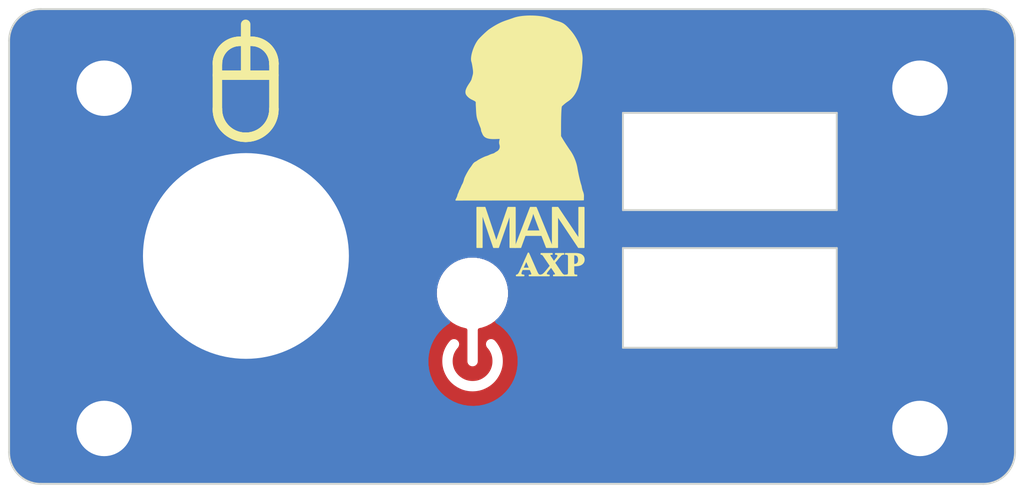
<source format=kicad_pcb>
(kicad_pcb (version 20221018) (generator pcbnew)
  (layers (0 "F.Cu" signal) (31 "B.Cu" signal) (34 "B.Paste" user) (35 "F.Paste" user) (36 "B.SilkS" user "B.Silkscreen") (37 "F.SilkS" user "F.Silkscreen") (38 "B.Mask" user) (39 "F.Mask" user) (44 "Edge.Cuts" user))
  (net 0 "")
  (net 1 "GND")
  (footprint "ps2usb:frontpanel" (layer "F.Cu") (at 144 96)
    (fp_text reference "REF**" hide)
    (fp_text value "frontpanel" hide)
    (fp_line (start -31.75 13) (end -31.75 -13) (stroke (width 0.12)) (layer "Edge.Cuts"))
    (fp_line (start -29.75 -15) (end 29.75 -15) (stroke (width 0.12)) (layer "Edge.Cuts"))
    (fp_line (start 7 -8.44) (end 7 -2.3) (stroke (width 0.12)) (layer "Edge.Cuts"))
    (fp_line (start 7 -8.44) (end 20.5 -8.44) (stroke (width 0.12)) (layer "Edge.Cuts"))
    (fp_line (start 7 -2.3) (end 20.5 -2.3) (stroke (width 0.12)) (layer "Edge.Cuts"))
    (fp_line (start 7 0.1) (end 7 6.4) (stroke (width 0.12)) (layer "Edge.Cuts"))
    (fp_line (start 7 0.1) (end 20.5 0.1) (stroke (width 0.12)) (layer "Edge.Cuts"))
    (fp_line (start 7 6.4) (end 20.5 6.4) (stroke (width 0.12)) (layer "Edge.Cuts"))
    (fp_line (start 20.5 -2.3) (end 20.5 -8.44) (stroke (width 0.12)) (layer "Edge.Cuts"))
    (fp_line (start 20.5 0.1) (end 20.5 6.4) (stroke (width 0.12)) (layer "Edge.Cuts"))
    (fp_line (start 29.75 15) (end -29.75 15) (stroke (width 0.12)) (layer "Edge.Cuts"))
    (fp_line (start 31.75 13) (end 31.75 -13) (stroke (width 0.12)) (layer "Edge.Cuts"))
    (fp_arc (start -31.75 -13) (mid -31.164214 -14.414214) (end -29.75 -15) (stroke (width 0.12)) (layer "Edge.Cuts"))
    (fp_arc (start -29.75 15) (mid -31.164214 14.414214) (end -31.75 13) (stroke (width 0.12)) (layer "Edge.Cuts"))
    (fp_arc (start 29.75 -15) (mid 31.164214 -14.414214) (end 31.75 -13) (stroke (width 0.12)) (layer "Edge.Cuts"))
    (fp_arc (start 31.75 13) (mid 31.164214 14.414214) (end 29.75 15) (stroke (width 0.12)) (layer "Edge.Cuts"))
    (pad "" np_thru_hole circle (at -2.5 2.95) (size 4 4) (drill 4) (layers "F&B.Cu" "*.Mask"))
    (pad "1" thru_hole circle (at -25.75 -10) (size 5 5) (drill 3.5) (layers "*.Cu" "*.Mask") (net 1 "GND"))
    (pad "1" thru_hole circle (at -25.75 11.5) (size 5 5) (drill 3.5) (layers "*.Cu" "*.Mask") (net 1 "GND"))
    (pad "1" thru_hole circle (at 25.75 -10) (size 5 5) (drill 3.5) (layers "*.Cu" "*.Mask") (net 1 "GND"))
    (pad "1" thru_hole circle (at 25.75 11.5) (size 5 5) (drill 3.5) (layers "*.Cu" "*.Mask") (net 1 "GND"))
    (pad "2" thru_hole circle (at -16.8 0.6) (size 13 13) (drill 13) (layers "*.Cu" "*.Mask") (net 1 "GND"))
  )
  (gr_line (start 125.400995 87.40806) (end 125.398682 87.315986) (stroke (width 0.6)) (layer "F.SilkS"))
  (gr_line (start 125.415068 84.243646) (end 125.427578 84.173226) (stroke (width 0.6)) (layer "F.SilkS"))
  (gr_line (start 128.683897 83.606586) (end 128.723614 83.662518) (stroke (width 0.6)) (layer "F.SilkS"))
  (gr_line (start 128.394477 83.317166) (end 128.448358 83.359464) (stroke (width 0.6)) (layer "F.SilkS"))
  (gr_line (start 127.539501 83.034349) (end 127.539501 83.034349) (stroke (width 0.6)) (layer "F.SilkS"))
  (gr_line (start 128.966714 84.461561) (end 128.966714 84.461561) (stroke (width 0.6)) (layer "F.SilkS"))
  (gr_line (start 128.220881 83.206113) (end 128.28065 83.240402) (stroke (width 0.6)) (layer "F.SilkS"))
  (gr_line (start 125.805076 88.452056) (end 125.752203 88.384706) (stroke (width 0.6)) (layer "F.SilkS"))
  (gr_line (start 128.28065 83.240402) (end 128.338545 83.277449) (stroke (width 0.6)) (layer "F.SilkS"))
  (gr_poly (pts (xy 148.019613 96.449505) (xy 148.055338 96.450764) (xy 148.089731 96.452864) (xy 148.122792 96.455803) (xy 148.154521 96.459582) (xy 148.184917 96.4642) (xy 148.213981 96.469658) (xy 148.241712 96.475956) (xy 148.268112 96.483094) (xy 148.293179 96.491072) (xy 148.316914 96.499889) (xy 148.339316 96.509546) (xy 148.360386 96.520042) (xy 148.380124 96.531379) (xy 148.39853 96.543555) (xy 148.415604 96.556571) (xy 148.431498 96.570217) (xy 148.446367 96.584282) (xy 148.460211 96.598768) (xy 148.473029 96.613673) (xy 148.484822 96.628999) (xy 148.495589 96.644744) (xy 148.505331 96.660909) (xy 148.514047 96.677494) (xy 148.521738 96.694499) (xy 148.528403 96.711924) (xy 148.534043 96.729768) (xy 148.538658 96.748033) (xy 148.542247 96.766717) (xy 148.54481 96.785822) (xy 148.546349 96.805346) (xy 148.546861 96.82529) (xy 148.54653 96.84219) (xy 148.545537 96.858782) (xy 148.543882 96.875068) (xy 148.541565 96.891047) (xy 148.538585 96.90672) (xy 148.534944 96.922085) (xy 148.53064 96.937144) (xy 148.525674 96.951896) (xy 148.520047 96.966341) (xy 148.513757 96.980479) (xy 148.506805 96.994311) (xy 148.499191 97.007835) (xy 148.490914 97.021053) (xy 148.481976 97.033964) (xy 148.472375 97.046568) (xy 148.462112 97.058866) (xy 148.451268 97.070768) (xy 148.439924 97.082185) (xy 148.428078 97.093118) (xy 148.415732 97.103567) (xy 148.402886 97.113531) (xy 148.389539 97.12301) (xy 148.375691 97.132005) (xy 148.361343 97.140516) (xy 148.346494 97.148542) (xy 148.331144 97.156083) (xy 148.315294 97.16314) (xy 148.298943 97.169713) (xy 148.282092 97.175801) (xy 148.26474 97.181405) (xy 148.246887 97.186524) (xy 148.228534 97.191159) (xy 148.215461 97.194163) (xy 148.201307 97.196972) (xy 148.18607 97.199588) (xy 148.169752 97.202011) (xy 148.133869 97.206274) (xy 148.093658 97.209762) (xy 148.04912 97.212475) (xy 148.000254 97.214413) (xy 147.947059 97.215576) (xy 147.889537 97.215964) (xy 147.889537 97.604569) (xy 147.889747 97.631683) (xy 147.890377 97.656182) (xy 147.891426 97.678064) (xy 147.892896 97.69733) (xy 147.894785 97.713979) (xy 147.897094 97.728013) (xy 147.898407 97.734048) (xy 147.899824 97.73943) (xy 147.901346 97.744157) (xy 147.902972 97.74823) (xy 147.904862 97.751803) (xy 147.906913 97.755288) (xy 147.909125 97.758683) (xy 147.911499 97.761989) (xy 147.914035 97.765207) (xy 147.916731 97.768336) (xy 147.91959 97.771376) (xy 147.92261 97.774327) (xy 147.925791 97.77719) (xy 147.929134 97.779963) (xy 147.932638 97.782648) (xy 147.936304 97.785244) (xy 147.940131 97.787751) (xy 147.94412 97.790169) (xy 147.94827 97.792498) (xy 147.952582 97.794739) (xy 147.957334 97.796867) (xy 147.962546 97.798857) (xy 147.968218 97.80071) (xy 147.974351 97.802425) (xy 147.980944 97.804004) (xy 147.987997 97.805445) (xy 147.99551 97.806749) (xy 148.003484 97.807916) (xy 148.011918 97.808945) (xy 148.020812 97.809837) (xy 148.030166 97.810592) (xy 148.039981 97.81121) (xy 148.050255 97.81169) (xy 148.06099 97.812033) (xy 148.072186 97.812239) (xy 148.083841 97.812308) (xy 148.083841 97.85055) (xy 147.371739 97.85055) (xy 147.371739 97.812308) (xy 147.395042 97.812033) (xy 147.416375 97.81121) (xy 147.435738 97.809837) (xy 147.45313 97.807916) (xy 147.468552 97.805445) (xy 147.475524 97.804004) (xy 147.482004 97.802425) (xy 147.487991 97.80071) (xy 147.493485 97.798857) (xy 147.498487 97.796867) (xy 147.502997 97.794739) (xy 147.507305 97.792373) (xy 147.511443 97.789927) (xy 147.515412 97.787399) (xy 147.519211 97.784791) (xy 147.522841 97.782102) (xy 147.526301 97.779333) (xy 147.529591 97.776483) (xy 147.532712 97.773551) (xy 147.535663 97.77054) (xy 147.538445 97.767447) (xy 147.541057 97.764274) (xy 147.543499 97.76102) (xy 147.545772 97.757685) (xy 147.547875 97.754269) (xy 147.549809 97.750773) (xy 147.551573 97.747196) (xy 147.553325 97.743247) (xy 147.554965 97.738637) (xy 147.556491 97.733364) (xy 147.557904 97.727429) (xy 147.559204 97.720833) (xy 147.560391 97.713574) (xy 147.561465 97.705653) (xy 147.562426 97.69707) (xy 147.563274 97.687825) (xy 147.564008 97.677917) (xy 147.56463 97.667348) (xy 147.565139 97.656116) (xy 147.565817 97.631667) (xy 147.566043 97.604569) (xy 147.566043 96.695066) (xy 147.565817 96.667967) (xy 147.565139 96.643518) (xy 147.564008 96.621716) (xy 147.562426 96.602564) (xy 147.560391 96.586059) (xy 147.557904 96.572204) (xy 147.556491 96.566269) (xy 147.554965 96.560996) (xy 147.553325 96.556386) (xy 147.551573 96.552437) (xy 147.549809 96.548739) (xy 147.547875 96.545138) (xy 147.545772 96.541634) (xy 147.543499 96.538226) (xy 147.541057 96.534916) (xy 147.538445 96.531702) (xy 147.536658 96.5297) (xy 147.889537 96.5297) (xy 147.889537 97.135349) (xy 147.905557 97.136252) (xy 147.91951 97.136898) (xy 147.931396 97.137286) (xy 147.941214 97.137415) (xy 147.956749 97.137124) (xy 147.971832 97.136252) (xy 147.986463 97.134799) (xy 148.000641 97.132764) (xy 148.014368 97.130148) (xy 148.027642 97.12695) (xy 148.040465 97.123171) (xy 148.052835 97.118811) (xy 148.064752 97.11387) (xy 148.076218 97.108347) (xy 148.087232 97.102243) (xy 148.097793 97.095557) (xy 148.107902 97.08829) (xy 148.117559 97.080442) (xy 148.126764 97.072012) (xy 148.135516 97.063001) (xy 148.143777 97.053251) (xy 148.151504 97.042863) (xy 148.158698 97.031837) (xy 148.16536 97.020174) (xy 148.171488 97.007872) (xy 148.177084 96.994933) (xy 148.182147 96.981356) (xy 148.186676 96.96714) (xy 148.190673 96.952288) (xy 148.194137 96.936797) (xy 148.197068 96.920668) (xy 148.199466 96.903902) (xy 148.201331 96.886497) (xy 148.202663 96.868455) (xy 148.203463 96.849775) (xy 148.203729 96.830457) (xy 148.203463 96.811276) (xy 148.202663 96.79275) (xy 148.201331 96.774877) (xy 148.199466 96.757659) (xy 148.197068 96.741094) (xy 148.194137 96.725184) (xy 148.190673 96.709927) (xy 148.186676 96.695325) (xy 148.182147 96.681376) (xy 148.177084 96.668082) (xy 148.171488 96.655441) (xy 148.16536 96.643454) (xy 148.158698 96.632122) (xy 148.151504 96.621443) (xy 148.143777 96.611419) (xy 148.135516 96.602048) (xy 148.126728 96.593287) (xy 148.117414 96.585092) (xy 148.107575 96.577461) (xy 148.097212 96.570396) (xy 148.086323 96.563896) (xy 148.07491 96.557962) (xy 148.062972 96.552592) (xy 148.050509 96.547788) (xy 148.037521 96.543549) (xy 148.024009 96.539875) (xy 148.009971 96.536766) (xy 147.995409 96.534223) (xy 147.980322 96.532245) (xy 147.96471 96.530832) (xy 147.948574 96.529984) (xy 147.931912 96.529701) (xy 147.889537 96.5297) (xy 147.536658 96.5297) (xy 147.535663 96.528585) (xy 147.532712 96.525565) (xy 147.529591 96.522642) (xy 147.526301 96.519816) (xy 147.522841 96.517087) (xy 147.519211 96.514455) (xy 147.515412 96.51192) (xy 147.511443 96.509481) (xy 147.507305 96.50714) (xy 147.502997 96.504895) (xy 147.498366 96.502768) (xy 147.493259 96.500777) (xy 147.487676 96.498924) (xy 147.481616 96.497209) (xy 147.47508 96.49563) (xy 147.468067 96.494189) (xy 147.460578 96.492885) (xy 147.452613 96.491718) (xy 147.444171 96.490688) (xy 147.435253 96.489796) (xy 147.425858 96.489041) (xy 147.415987 96.488423) (xy 147.40564 96.487943) (xy 147.394816 96.487599) (xy 147.383516 96.487393) (xy 147.371739 96.487325) (xy 147.371739 96.449085) (xy 147.982555 96.449085)) (stroke (width 0.073)) (fill solid) (layer "F.SilkS"))
  (gr_line (start 125.97092 83.317166) (end 126.026852 83.277449) (stroke (width 0.6)) (layer "F.SilkS"))
  (gr_line (start 126.407919 88.9246) (end 126.330974 88.885297) (stroke (width 0.6)) (layer "F.SilkS"))
  (gr_line (start 128.03442 88.885297) (end 127.957475 88.9246) (stroke (width 0.6)) (layer "F.SilkS"))
  (gr_line (start 127.539501 83.034349) (end 127.613161 83.036199) (stroke (width 0.6)) (layer "F.SilkS"))
  (gr_line (start 128.641599 83.552705) (end 128.683897 83.606586) (stroke (width 0.6)) (layer "F.SilkS"))
  (gr_line (start 128.760661 83.720413) (end 128.79495 83.780183) (stroke (width 0.6)) (layer "F.SilkS"))
  (gr_line (start 126.822277 89.063882) (end 126.735823 89.044025) (stroke (width 0.6)) (layer "F.SilkS"))
  (gr_line (start 128.383443 88.637618) (end 128.318767 88.693608) (stroke (width 0.6)) (layer "F.SilkS"))
  (gr_line (start 125.427578 84.173226) (end 125.443463 84.104062) (stroke (width 0.6)) (layer "F.SilkS"))
  (gr_line (start 127.897001 83.07913) (end 127.96482 83.098304) (stroke (width 0.6)) (layer "F.SilkS"))
  (gr_line (start 127.757417 83.050736) (end 127.827837 83.063245) (stroke (width 0.6)) (layer "F.SilkS"))
  (gr_line (start 126.046627 88.693608) (end 125.981951 88.637618) (stroke (width 0.6)) (layer "F.SilkS"))
  (gr_line (start 126.999788 89.090825) (end 126.910302 89.079519) (stroke (width 0.6)) (layer "F.SilkS"))
  (gr_line (start 128.966712 87.315985) (end 128.966712 87.315985) (stroke (width 0.6)) (layer "F.SilkS"))
  (gr_line (start 128.723614 83.662518) (end 128.760661 83.720413) (stroke (width 0.6)) (layer "F.SilkS"))
  (gr_line (start 126.486987 88.960235) (end 126.407919 88.9246) (stroke (width 0.6)) (layer "F.SilkS"))
  (gr_line (start 126.910302 89.079519) (end 126.822277 89.063882) (stroke (width 0.6)) (layer "F.SilkS"))
  (gr_line (start 128.445333 88.578623) (end 128.383443 88.637618) (stroke (width 0.6)) (layer "F.SilkS"))
  (gr_line (start 128.448358 83.359464) (end 128.500099 83.404256) (stroke (width 0.6)) (layer "F.SilkS"))
  (gr_line (start 128.858801 87.930615) (end 128.826945 88.011696) (stroke (width 0.6)) (layer "F.SilkS"))
  (gr_line (start 126.825895 83.034349) (end 127.539501 83.034349) (stroke (width 0.6)) (layer "F.SilkS"))
  (gr_line (start 126.568067 88.992091) (end 126.486987 88.960235) (stroke (width 0.6)) (layer "F.SilkS"))
  (gr_poly (pts (xy 144.959861 81.443041) (xy 144.79407 81.452772) (xy 144.633723 81.46829) (xy 144.480952 81.489651) (xy 144.337888 81.516911) (xy 144.206663 81.550126) (xy 144.089408 81.589353) (xy 144.01838 81.615413) (xy 143.916142 81.651214) (xy 143.796367 81.692038) (xy 143.672727 81.733165) (xy 143.538156 81.780068) (xy 143.407024 81.831576) (xy 143.342158 81.85936) (xy 143.277444 81.888658) (xy 143.14753 81.952286) (xy 143.015393 82.023431) (xy 142.879146 82.103061) (xy 142.736904 82.192149) (xy 142.586778 82.291664) (xy 142.555984 82.313989) (xy 142.51877 82.343323) (xy 142.429027 82.419278) (xy 142.325432 82.51205) (xy 142.215867 82.614158) (xy 142.108218 82.718124) (xy 142.010368 82.816468) (xy 141.9302 82.901712) (xy 141.899211 82.937083) (xy 141.875598 82.966374) (xy 141.820906 83.043663) (xy 141.76857 83.127163) (xy 141.718923 83.215766) (xy 141.672294 83.308364) (xy 141.629016 83.403848) (xy 141.58942 83.501109) (xy 141.553837 83.599039) (xy 141.522598 83.696529) (xy 141.496035 83.792471) (xy 141.474478 83.885756) (xy 141.45826 83.975275) (xy 141.447711 84.05992) (xy 141.443163 84.138582) (xy 141.444947 84.210154) (xy 141.448317 84.242933) (xy 141.453394 84.273525) (xy 141.46022 84.301789) (xy 141.468835 84.327588) (xy 141.473445 84.341177) (xy 141.478768 84.359818) (xy 141.484614 84.382676) (xy 141.490794 84.408916) (xy 141.497119 84.437705) (xy 141.503398 84.468207) (xy 141.509443 84.499588) (xy 141.515063 84.531014) (xy 141.538703 84.672739) (xy 141.548154 84.733451) (xy 141.556055 84.788244) (xy 141.562426 84.837754) (xy 141.567287 84.882616) (xy 141.57066 84.923467) (xy 141.572565 84.960942) (xy 141.573023 84.995679) (xy 141.572055 85.028311) (xy 141.569682 85.059476) (xy 141.565924 85.089809) (xy 141.560803 85.119947) (xy 141.554338 85.150524) (xy 141.546552 85.182178) (xy 141.537464 85.215544) (xy 141.505481 85.330717) (xy 141.477979 85.432848) (xy 141.474657 85.444308) (xy 141.470469 85.456652) (xy 141.465438 85.469838) (xy 141.459584 85.483826) (xy 141.4455 85.514047) (xy 141.428391 85.546993) (xy 141.408433 85.582339) (xy 141.385803 85.619763) (xy 141.360674 85.65894) (xy 141.333224 85.699548) (xy 141.287857 85.7667) (xy 141.247281 85.830341) (xy 141.211459 85.890633) (xy 141.180354 85.947739) (xy 141.153927 86.00182) (xy 141.142457 86.027778) (xy 141.132142 86.05304) (xy 141.122978 86.077628) (xy 141.114961 86.101561) (xy 141.108084 86.12486) (xy 141.102345 86.147546) (xy 141.097738 86.169637) (xy 141.094258 86.191155) (xy 141.091902 86.212121) (xy 141.090663 86.232553) (xy 141.090538 86.252474) (xy 141.091521 86.271902) (xy 141.093608 86.290858) (xy 141.096795 86.309363) (xy 141.101077 86.327437) (xy 141.106448 86.345099) (xy 141.112905 86.362372) (xy 141.120442 86.379273) (xy 141.129055 86.395825) (xy 141.138739 86.412048) (xy 141.14949 86.427961) (xy 141.161302 86.443584) (xy 141.179075 86.465192) (xy 141.196987 86.48564) (xy 141.215017 86.504978) (xy 141.233144 86.523256) (xy 141.251346 86.540525) (xy 141.269602 86.556834) (xy 141.30619 86.586772) (xy 141.342737 86.613471) (xy 141.379071 86.637328) (xy 141.415022 86.658745) (xy 141.450419 86.678119) (xy 141.48509 86.695852) (xy 141.518864 86.712342) (xy 141.583038 86.743193) (xy 141.613096 86.758353) (xy 141.641573 86.773868) (xy 141.668297 86.790137) (xy 141.693099 86.807562) (xy 141.706518 86.818642) (xy 141.717384 86.829537) (xy 141.725958 86.840549) (xy 141.732505 86.851977) (xy 141.737286 86.864122) (xy 141.740563 86.877284) (xy 141.7426 86.891763) (xy 141.743658 86.907859) (xy 141.74389 86.946106) (xy 141.743359 86.994427) (xy 141.743463 87.023116) (xy 141.744164 87.055224) (xy 141.745724 87.091052) (xy 141.748406 87.1309) (xy 141.754834 87.244092) (xy 141.760016 87.361771) (xy 141.766023 87.482303) (xy 141.774927 87.60405) (xy 141.781113 87.664869) (xy 141.7888 87.725378) (xy 141.798246 87.785373) (xy 141.809711 87.844649) (xy 141.823454 87.903003) (xy 141.839734 87.960229) (xy 141.858808 88.016122) (xy 141.880938 88.07048) (xy 141.927778 88.2012) (xy 141.946592 88.25204) (xy 141.964068 88.297954) (xy 142.000206 88.389271) (xy 142.04659 88.503678) (xy 142.051713 88.517527) (xy 142.056154 88.53193) (xy 142.05999 88.546752) (xy 142.0633 88.561862) (xy 142.066161 88.577125) (xy 142.06865 88.592409) (xy 142.072827 88.622505) (xy 142.076453 88.651082) (xy 142.080149 88.677074) (xy 142.082218 88.688768) (xy 142.084538 88.699415) (xy 142.087186 88.708883) (xy 142.090241 88.717039) (xy 142.163234 88.884074) (xy 142.183847 88.926399) (xy 142.207498 88.965131) (xy 142.234425 89.000353) (xy 142.264866 89.03215) (xy 142.299059 89.060607) (xy 142.337244 89.085807) (xy 142.379658 89.107835) (xy 142.426539 89.126776) (xy 142.478126 89.142714) (xy 142.534658 89.155733) (xy 142.596372 89.165918) (xy 142.663506 89.173353) (xy 142.7363 89.178123) (xy 142.81499 89.180311) (xy 142.899817 89.180003) (xy 142.991018 89.177283) (xy 143.082898 89.173575) (xy 143.120023 89.17224) (xy 143.151792 89.171312) (xy 143.16579 89.171015) (xy 143.178594 89.170837) (xy 143.190253 89.170784) (xy 143.200818 89.170862) (xy 143.210335 89.171076) (xy 143.218854 89.171432) (xy 143.226423 89.171936) (xy 143.233091 89.172594) (xy 143.238907 89.173411) (xy 143.24392 89.174393) (xy 143.24614 89.174948) (xy 143.248178 89.175546) (xy 143.250039 89.176188) (xy 143.25173 89.176875) (xy 143.253256 89.177608) (xy 143.254624 89.178387) (xy 143.25584 89.179213) (xy 143.25691 89.180087) (xy 143.25784 89.18101) (xy 143.258636 89.181981) (xy 143.259304 89.183003) (xy 143.259851 89.184075) (xy 143.260281 89.185198) (xy 143.260603 89.186374) (xy 143.260821 89.187602) (xy 143.260941 89.188884) (xy 143.260914 89.19161) (xy 143.260571 89.19456) (xy 143.25996 89.197738) (xy 143.25913 89.20115) (xy 143.257008 89.2087) (xy 143.248766 89.237904) (xy 143.24147 89.265483) (xy 143.235111 89.291553) (xy 143.229681 89.316231) (xy 143.225173 89.339633) (xy 143.221578 89.361876) (xy 143.218889 89.383076) (xy 143.217098 89.403349) (xy 143.216196 89.422813) (xy 143.216177 89.441582) (xy 143.217031 89.459775) (xy 143.218752 89.477507) (xy 143.221331 89.494895) (xy 143.22476 89.512055) (xy 143.229032 89.529104) (xy 143.234139 89.546158) (xy 143.239986 89.565496) (xy 143.245 89.584694) (xy 143.249184 89.603739) (xy 143.252544 89.62262) (xy 143.255084 89.641325) (xy 143.256811 89.65984) (xy 143.257729 89.678154) (xy 143.257843 89.696253) (xy 143.257158 89.714127) (xy 143.255679 89.731762) (xy 143.253412 89.749146) (xy 143.250362 89.766268) (xy 143.246532 89.783113) (xy 143.24193 89.799671) (xy 143.236559 89.815929) (xy 143.230426 89.831874) (xy 143.223534 89.847494) (xy 143.215889 89.862777) (xy 143.207496 89.877711) (xy 143.198361 89.892283) (xy 143.188487 89.906481) (xy 143.177881 89.920292) (xy 143.166548 89.933704) (xy 143.154492 89.946706) (xy 143.141719 89.959283) (xy 143.128233 89.971426) (xy 143.114041 89.98312) (xy 143.099146 89.994353) (xy 143.083554 90.005114) (xy 143.06727 90.015389) (xy 143.0503 90.025168) (xy 143.032647 90.034436) (xy 143.01917 90.04151) (xy 143.004709 90.049685) (xy 142.989715 90.05867) (xy 142.97464 90.068172) (xy 142.959936 90.0779) (xy 142.946054 90.087562) (xy 142.933445 90.096867) (xy 142.922562 90.105523) (xy 142.917198 90.109706) (xy 142.911023 90.113998) (xy 142.90411 90.118368) (xy 142.896533 90.122783) (xy 142.888365 90.127212) (xy 142.879678 90.131622) (xy 142.861039 90.140261) (xy 142.841201 90.148445) (xy 142.820746 90.155919) (xy 142.81047 90.159309) (xy 142.800259 90.162427) (xy 142.790185 90.165239) (xy 142.780322 90.167714) (xy 142.759004 90.173352) (xy 142.734555 90.180864) (xy 142.707838 90.189925) (xy 142.679714 90.20021) (xy 142.651044 90.211393) (xy 142.622689 90.223148) (xy 142.59551 90.235151) (xy 142.570368 90.247074) (xy 142.545424 90.258967) (xy 142.518814 90.270881) (xy 142.491357 90.282497) (xy 142.463877 90.293496) (xy 142.437193 90.303558) (xy 142.412127 90.312364) (xy 142.389501 90.319595) (xy 142.370135 90.32493) (xy 142.349486 90.331109) (xy 142.322828 90.340838) (xy 142.255153 90.369113) (xy 142.174451 90.406091) (xy 142.088064 90.448107) (xy 142.003333 90.491497) (xy 141.927601 90.532597) (xy 141.868209 90.567743) (xy 141.846934 90.581938) (xy 141.832498 90.59327) (xy 141.828414 90.596798) (xy 141.82354 90.600681) (xy 141.811676 90.609355) (xy 141.797416 90.618975) (xy 141.78127 90.629227) (xy 141.763748 90.639794) (xy 141.745362 90.650361) (xy 141.726622 90.660613) (xy 141.708038 90.670233) (xy 141.692608 90.678297) (xy 141.677868 90.686691) (xy 141.663735 90.695499) (xy 141.650124 90.704809) (xy 141.636952 90.714707) (xy 141.624135 90.725279) (xy 141.611588 90.736611) (xy 141.599228 90.74879) (xy 141.586971 90.761901) (xy 141.574733 90.776032) (xy 141.562429 90.791268) (xy 141.549976 90.807696) (xy 141.537291 90.825401) (xy 141.524288 90.844471) (xy 141.510884 90.864991) (xy 141.496995 90.887048) (xy 141.488373 90.900419) (xy 141.476574 90.917902) (xy 141.445547 90.962244) (xy 141.408131 91.014149) (xy 141.368538 91.067688) (xy 141.345261 91.100102) (xy 141.319981 91.137766) (xy 141.265191 91.225511) (xy 141.207725 91.324256) (xy 141.151137 91.427336) (xy 141.098986 91.528086) (xy 141.054825 91.619839) (xy 141.036853 91.660259) (xy 141.022212 91.695931) (xy 141.011347 91.726021) (xy 141.004702 91.749696) (xy 140.999882 91.77052) (xy 140.994198 91.79274) (xy 140.980706 91.840079) (xy 140.965158 91.88913) (xy 140.948486 91.937313) (xy 140.931621 91.982046) (xy 140.915494 92.020748) (xy 140.907999 92.037031) (xy 140.901038 92.050839) (xy 140.894728 92.061848) (xy 140.889184 92.069736) (xy 140.886607 92.073283) (xy 140.883433 92.07836) (xy 140.875477 92.092719) (xy 140.865676 92.112047) (xy 140.854388 92.135578) (xy 140.841974 92.162548) (xy 140.828792 92.19219) (xy 140.815202 92.223738) (xy 140.801564 92.256427) (xy 140.78791 92.289116) (xy 140.774276 92.320664) (xy 140.761024 92.350306) (xy 140.748517 92.377276) (xy 140.737116 92.400807) (xy 140.727185 92.420135) (xy 140.722884 92.427983) (xy 140.719087 92.434494) (xy 140.715838 92.43957) (xy 140.713183 92.443117) (xy 140.710806 92.446096) (xy 140.708374 92.449506) (xy 140.705903 92.453307) (xy 140.703412 92.45746) (xy 140.700919 92.461926) (xy 140.698442 92.466664) (xy 140.695997 92.471635) (xy 140.693604 92.476799) (xy 140.689042 92.48755) (xy 140.686908 92.493057) (xy 140.684898 92.498599) (xy 140.683027 92.504137) (xy 140.681315 92.50963) (xy 140.679778 92.51504) (xy 140.678435 92.520327) (xy 140.675126 92.532328) (xy 140.670316 92.547098) (xy 140.664232 92.564059) (xy 140.657102 92.58263) (xy 140.649157 92.602233) (xy 140.640623 92.62229) (xy 140.63173 92.642222) (xy 140.622706 92.661449) (xy 140.618255 92.670867) (xy 140.613928 92.680394) (xy 140.605736 92.699515) (xy 140.598311 92.71829) (xy 140.591831 92.736197) (xy 140.589002 92.744662) (xy 140.586476 92.752715) (xy 140.584277 92.760289) (xy 140.582425 92.76732) (xy 140.580945 92.773743) (xy 140.579858 92.779492) (xy 140.579187 92.784503) (xy 140.578954 92.788709) (xy 140.578634 92.793068) (xy 140.577708 92.798527) (xy 140.576207 92.805005) (xy 140.574161 92.812423) (xy 140.568559 92.829754) (xy 140.561151 92.849878) (xy 140.552186 92.872151) (xy 140.541912 92.895931) (xy 140.530576 92.920575) (xy 140.518427 92.94544) (xy 140.457959 93.065493) (xy 144.478979 93.061013) (xy 148.5 93.056526) (xy 148.504935 92.824396) (xy 148.505067 92.805916) (xy 148.504696 92.787925) (xy 148.503851 92.770407) (xy 148.502561 92.753347) (xy 148.498761 92.720539) (xy 148.493526 92.689377) (xy 148.487087 92.659736) (xy 148.479675 92.631493) (xy 148.471519 92.604524) (xy 148.462851 92.578704) (xy 148.427659 92.484438) (xy 148.419884 92.462505) (xy 148.41298 92.440978) (xy 148.407175 92.419732) (xy 148.402702 92.398643) (xy 148.395829 92.373823) (xy 148.390038 92.351327) (xy 148.385168 92.330842) (xy 148.381057 92.312052) (xy 148.37447 92.2783) (xy 148.368985 92.247555) (xy 148.363315 92.2173) (xy 148.360007 92.20157) (xy 148.356168 92.185018) (xy 148.351639 92.167331) (xy 148.346256 92.148194) (xy 148.33986 92.127292) (xy 148.332289 92.10431) (xy 148.305073 92.016335) (xy 148.274136 91.902777) (xy 148.240882 91.769827) (xy 148.206715 91.623676) (xy 148.173038 91.470516) (xy 148.141254 91.316538) (xy 148.112767 91.167935) (xy 148.088981 91.030897) (xy 148.077147 90.965498) (xy 148.062666 90.898464) (xy 148.045671 90.830126) (xy 148.026297 90.760816) (xy 148.00468 90.690863) (xy 147.980955 90.620598) (xy 147.955257 90.550353) (xy 147.92772 90.480458) (xy 147.89848 90.411244) (xy 147.867671 90.343042) (xy 147.835429 90.276182) (xy 147.801889 90.210996) (xy 147.767186 90.147814) (xy 147.731455 90.086967) (xy 147.69483 90.028785) (xy 147.657447 89.9736) (xy 147.597478 89.88715) (xy 147.532201 89.790811) (xy 147.394675 89.582264) (xy 147.262772 89.375552) (xy 147.204523 89.281506) (xy 147.154394 89.198265) (xy 147.059819 89.038246) (xy 147.058758 88.80605) (xy 147.058448 88.415489) (xy 147.061106 88.07923) (xy 147.066382 87.795907) (xy 147.073924 87.564157) (xy 147.083381 87.382614) (xy 147.088718 87.310244) (xy 147.094403 87.249915) (xy 147.100391 87.201454) (xy 147.106639 87.164694) (xy 147.113103 87.139461) (xy 147.116402 87.131115) (xy 147.119739 87.125587) (xy 147.124585 87.119902) (xy 147.130264 87.11372) (xy 147.143896 87.099978) (xy 147.160185 87.084588) (xy 147.178681 87.067777) (xy 147.265739 86.990846) (xy 147.290492 86.969381) (xy 147.318357 86.946295) (xy 147.348384 86.922314) (xy 147.379622 86.898162) (xy 147.41112 86.874562) (xy 147.441925 86.852238) (xy 147.471088 86.831914) (xy 147.497656 86.814315) (xy 147.558536 86.772805) (xy 147.617379 86.727668) (xy 147.674111 86.679012) (xy 147.728661 86.626946) (xy 147.780958 86.571579) (xy 147.830929 86.513018) (xy 147.878502 86.451372) (xy 147.923606 86.38675) (xy 147.966168 86.319259) (xy 148.006118 86.249008) (xy 148.043382 86.176106) (xy 148.077889 86.100661) (xy 148.109567 86.022781) (xy 148.138344 85.942574) (xy 148.164148 85.860149) (xy 148.186907 85.775615) (xy 148.209403 85.687104) (xy 148.233175 85.597259) (xy 148.255391 85.516582) (xy 148.27322 85.455574) (xy 148.283799 85.4151) (xy 148.295091 85.360771) (xy 148.319041 85.217552) (xy 148.343526 85.039934) (xy 148.366998 84.841932) (xy 148.387911 84.63756) (xy 148.404719 84.440833) (xy 148.415874 84.265768) (xy 148.419831 84.126378) (xy 148.416054 84.022145) (xy 148.405165 83.914009) (xy 148.387438 83.802604) (xy 148.363141 83.688563) (xy 148.332547 83.572519) (xy 148.295927 83.455105) (xy 148.25355 83.336955) (xy 148.205688 83.218703) (xy 148.152612 83.10098) (xy 148.094593 82.984422) (xy 148.031901 82.86966) (xy 147.964808 82.757329) (xy 147.893585 82.648062) (xy 147.818502 82.542491) (xy 147.73983 82.441251) (xy 147.65784 82.344975) (xy 147.533883 82.208743) (xy 147.479088 82.151297) (xy 147.427821 82.100152) (xy 147.379137 82.0547) (xy 147.332088 82.01433) (xy 147.28573 81.978434) (xy 147.239116 81.946402) (xy 147.1913 81.917626) (xy 147.141335 81.891496) (xy 147.088277 81.867402) (xy 147.03118 81.844737) (xy 146.969096 81.82289) (xy 146.90108 81.801253) (xy 146.826186 81.779216) (xy 146.743469 81.75617) (xy 146.702815 81.744575) (xy 146.660813 81.731701) (xy 146.618675 81.717977) (xy 146.57761 81.703831) (xy 146.53883 81.689693) (xy 146.503545 81.675991) (xy 146.472966 81.663155) (xy 146.448303 81.651612) (xy 146.345296 81.606572) (xy 146.226419 81.566755) (xy 146.093804 81.532219) (xy 145.949582 81.50302) (xy 145.795884 81.479213) (xy 145.634842 81.460856) (xy 145.468588 81.448004) (xy 145.299252 81.440713) (xy 145.128966 81.43904)) (stroke (width 0.07)) (fill solid) (layer "F.SilkS"))
  (gr_line (start 128.709146 88.242422) (end 128.662837 88.314791) (stroke (width 0.6)) (layer "F.SilkS"))
  (gr_line (start 128.826393 83.841739) (end 128.854901 83.904993) (stroke (width 0.6)) (layer "F.SilkS"))
  (gr_line (start 125.510496 83.904993) (end 125.539004 83.841739) (stroke (width 0.6)) (layer "F.SilkS"))
  (gr_line (start 125.419165 87.588381) (end 125.407859 87.498895) (stroke (width 0.6)) (layer "F.SilkS"))
  (gr_line (start 128.613191 88.384706) (end 128.560318 88.452056) (stroke (width 0.6)) (layer "F.SilkS"))
  (gr_line (start 128.662837 88.314791) (end 128.613191 88.384706) (stroke (width 0.6)) (layer "F.SilkS"))
  (gr_line (start 125.815786 83.451452) (end 125.865298 83.404256) (stroke (width 0.6)) (layer "F.SilkS"))
  (gr_line (start 125.506592 87.930616) (end 125.478626 87.847634) (stroke (width 0.6)) (layer "F.SilkS"))
  (gr_line (start 128.504329 88.516732) (end 128.445333 88.578623) (stroke (width 0.6)) (layer "F.SilkS"))
  (gr_line (start 128.886768 87.847633) (end 128.858801 87.930615) (stroke (width 0.6)) (layer "F.SilkS"))
  (gr_line (start 126.256262 88.842436) (end 126.183893 88.796127) (stroke (width 0.6)) (layer "F.SilkS"))
  (gr_poly (pts (xy 146.529414 96.487325) (xy 146.494273 96.487325) (xy 146.486922 96.487401) (xy 146.479853 96.487632) (xy 146.473066 96.488015) (xy 146.466562 96.488552) (xy 146.460341 96.489243) (xy 146.454402 96.490086) (xy 146.448746 96.491084) (xy 146.443372 96.492234) (xy 146.438281 96.493538) (xy 146.433473 96.494996) (xy 146.428947 96.496606) (xy 146.424704 96.498371) (xy 146.420744 96.500288) (xy 146.417066 96.502359) (xy 146.41367 96.504584) (xy 146.410558 96.506961) (xy 146.407679 96.509327) (xy 146.404987 96.511774) (xy 146.40248 96.514301) (xy 146.400158 96.516909) (xy 146.398023 96.519598) (xy 146.396073 96.522368) (xy 146.394309 96.525218) (xy 146.39273 96.528149) (xy 146.391337 96.531161) (xy 146.39013 96.534253) (xy 146.389109 96.537427) (xy 146.388273 96.540681) (xy 146.387623 96.544016) (xy 146.387159 96.547431) (xy 146.38688 96.550928) (xy 146.386787 96.554505) (xy 146.386816 96.557323) (xy 146.3869 96.560092) (xy 146.387042 96.562813) (xy 146.38724 96.565486) (xy 146.387494 96.56811) (xy 146.387805 96.570685) (xy 146.388172 96.573213) (xy 146.388596 96.575691) (xy 146.389076 96.578122) (xy 146.389613 96.580504) (xy 146.390207 96.582837) (xy 146.390856 96.585122) (xy 146.391563 96.587359) (xy 146.392326 96.589547) (xy 146.393146 96.591686) (xy 146.394022 96.593778) (xy 146.465335 96.701267) (xy 146.638968 96.965848) (xy 146.786763 96.784983) (xy 146.813408 96.751409) (xy 146.825399 96.735603) (xy 146.836501 96.720452) (xy 146.846715 96.705954) (xy 146.856041 96.69211) (xy 146.864478 96.678921) (xy 146.872028 96.666385) (xy 146.878689 96.654503) (xy 146.884463 96.643276) (xy 146.889348 96.632702) (xy 146.893345 96.622783) (xy 146.896453 96.613517) (xy 146.898674 96.604905) (xy 146.900006 96.596948) (xy 146.90045 96.589644) (xy 146.900386 96.586172) (xy 146.900192 96.582732) (xy 146.899869 96.579325) (xy 146.899417 96.57595) (xy 146.898835 96.572607) (xy 146.898125 96.569296) (xy 146.897285 96.566018) (xy 146.896316 96.562772) (xy 146.895218 96.559559) (xy 146.893991 96.556377) (xy 146.892635 96.553228) (xy 146.891149 96.550111) (xy 146.889534 96.547027) (xy 146.88779 96.543975) (xy 146.885917 96.540955) (xy 146.883914 96.537967) (xy 146.88192 96.535036) (xy 146.879812 96.532186) (xy 146.877592 96.529417) (xy 146.875258 96.526728) (xy 146.872811 96.52412) (xy 146.870252 96.521593) (xy 146.867579 96.519147) (xy 146.864793 96.516781) (xy 146.861895 96.514496) (xy 146.858883 96.512291) (xy 146.855758 96.510168) (xy 146.85252 96.508125) (xy 146.849169 96.506162) (xy 146.845705 96.504281) (xy 146.842128 96.50248) (xy 146.838438 96.50076) (xy 146.834563 96.499133) (xy 146.830429 96.497611) (xy 146.826036 96.496194) (xy 146.821385 96.494882) (xy 146.816476 96.493675) (xy 146.811308 96.492573) (xy 146.805882 96.491576) (xy 146.800198 96.490684) (xy 146.794255 96.489896) (xy 146.788054 96.489214) (xy 146.781595 96.488637) (xy 146.774877 96.488164) (xy 146.7679 96.487797) (xy 146.760665 96.487535) (xy 146.753172 96.487377) (xy 146.745421 96.487325) (xy 146.745421 96.449085) (xy 147.261151 96.449085) (xy 147.261151 96.487325) (xy 147.246278 96.487793) (xy 147.232148 96.488681) (xy 147.218761 96.489989) (xy 147.206117 96.491717) (xy 147.194215 96.493865) (xy 147.183056 96.496432) (xy 147.177755 96.497874) (xy 147.17264 96.49942) (xy 147.167711 96.501071) (xy 147.162967 96.502828) (xy 147.158296 96.504604) (xy 147.153584 96.506575) (xy 147.148833 96.508739) (xy 147.14404 96.511096) (xy 147.139208 96.513648) (xy 147.134335 96.516393) (xy 147.129422 96.519332) (xy 147.124468 96.522465) (xy 147.119474 96.525792) (xy 147.114439 96.529312) (xy 147.109365 96.533026) (xy 147.104249 96.536934) (xy 147.099094 96.541036) (xy 147.093898 96.545332) (xy 147.088661 96.549821) (xy 147.083385 96.554505) (xy 147.079711 96.558013) (xy 147.075407 96.562337) (xy 147.064911 96.573431) (xy 147.051895 96.587787) (xy 147.036359 96.605405) (xy 147.018305 96.626286) (xy 146.997731 96.650428) (xy 146.974638 96.677833) (xy 146.949027 96.708499) (xy 146.683409 97.028894) (xy 147.069949 97.602503) (xy 147.093107 97.636415) (xy 147.11452 97.66684) (xy 147.134189 97.693776) (xy 147.152114 97.717224) (xy 147.168296 97.737185) (xy 147.182733 97.753657) (xy 147.195426 97.76664) (xy 147.201119 97.771824) (xy 147.206375 97.776136) (xy 147.211599 97.779789) (xy 147.216936 97.783257) (xy 147.222387 97.786539) (xy 147.22795 97.789635) (xy 147.233626 97.792546) (xy 147.239415 97.795271) (xy 147.245318 97.797811) (xy 147.251333 97.800165) (xy 147.257462 97.802333) (xy 147.263703 97.804315) (xy 147.270058 97.806112) (xy 147.276525 97.807722) (xy 147.283106 97.809148) (xy 147.2898 97.810387) (xy 147.296607 97.81144) (xy 147.303526 97.812308) (xy 147.303526 97.85055) (xy 146.620364 97.85055) (xy 146.620364 97.812308) (xy 146.639872 97.810565) (xy 146.657571 97.808433) (xy 146.673462 97.805914) (xy 146.680729 97.804509) (xy 146.687544 97.803007) (xy 146.693906 97.801408) (xy 146.699817 97.799712) (xy 146.705275 97.79792) (xy 146.710281 97.79603) (xy 146.714835 97.794044) (xy 146.718937 97.79196) (xy 146.722587 97.78978) (xy 146.725784 97.787503) (xy 146.728663 97.785146) (xy 146.731355 97.782723) (xy 146.733862 97.780236) (xy 146.736184 97.777685) (xy 146.73832 97.775069) (xy 146.74027 97.772388) (xy 146.742034 97.769643) (xy 146.743613 97.766833) (xy 146.745005 97.763959) (xy 146.746213 97.76102) (xy 146.747234 97.758016) (xy 146.74807 97.754948) (xy 146.74872 97.751815) (xy 146.749185 97.748618) (xy 146.749463 97.745356) (xy 146.749556 97.742029) (xy 146.749528 97.73972) (xy 146.749443 97.737443) (xy 146.749302 97.735198) (xy 146.749104 97.732985) (xy 146.748849 97.730805) (xy 146.748538 97.728657) (xy 146.748171 97.726542) (xy 146.747747 97.724459) (xy 146.747266 97.722408) (xy 146.746729 97.720389) (xy 146.746136 97.718403) (xy 146.745486 97.716449) (xy 146.744779 97.714527) (xy 146.744016 97.712638) (xy 146.743196 97.710782) (xy 146.74232 97.708957) (xy 146.738025 97.700365) (xy 146.732373 97.690094) (xy 146.725365 97.678144) (xy 146.716999 97.664514) (xy 146.707278 97.649205) (xy 146.6962 97.632217) (xy 146.683765 97.613549) (xy 146.669974 97.593201) (xy 146.465335 97.290378) (xy 146.251395 97.551859) (xy 146.228867 97.580378) (xy 146.209343 97.606508) (xy 146.200707 97.618676) (xy 146.192822 97.630247) (xy 146.185689 97.64122) (xy 146.179306 97.651596) (xy 146.173674 97.661374) (xy 146.168793 97.670555) (xy 146.164663 97.679138) (xy 146.161284 97.687123) (xy 146.158656 97.694511) (xy 146.156778 97.701301) (xy 146.155652 97.707494) (xy 146.155277 97.713089) (xy 146.155373 97.71682) (xy 146.155664 97.720518) (xy 146.156149 97.724184) (xy 146.156827 97.727818) (xy 146.157699 97.731419) (xy 146.158765 97.734988) (xy 146.160024 97.738525) (xy 146.161478 97.742029) (xy 146.163125 97.745501) (xy 146.164966 97.748941) (xy 146.167001 97.752348) (xy 146.169229 97.755723) (xy 146.171652 97.759066) (xy 146.174268 97.762376) (xy 146.177078 97.765654) (xy 146.180081 97.7689) (xy 146.183275 97.772073) (xy 146.186654 97.775134) (xy 146.190219 97.778081) (xy 146.193969 97.780916) (xy 146.197905 97.783637) (xy 146.202028 97.786245) (xy 146.206335 97.78874) (xy 146.210829 97.791122) (xy 146.215508 97.793391) (xy 146.220373 97.795547) (xy 146.225424 97.797589) (xy 146.23066 97.799519) (xy 146.236082 97.801336) (xy 146.24169 97.803039) (xy 146.247483 97.80463) (xy 146.253462 97.806107) (xy 146.256353 97.806858) (xy 146.259599 97.807561) (xy 146.2632 97.808215) (xy 146.267156 97.80882) (xy 146.271468 97.809377) (xy 146.276135 97.809886) (xy 146.286534 97.810758) (xy 146.298355 97.811436) (xy 146.311597 97.811921) (xy 146.32626 97.812211) (xy 146.342345 97.812308) (xy 146.342345 97.85055) (xy 145.803877 97.85055) (xy 145.803877 97.812308) (xy 145.815222 97.81054) (xy 145.826259 97.808594) (xy 145.83699 97.80647) (xy 145.847414 97.804169) (xy 145.857532 97.80169) (xy 145.867342 97.799034) (xy 145.876846 97.796199) (xy 145.886042 97.793188) (xy 145.894932 97.789998) (xy 145.903515 97.786631) (xy 145.911792 97.783086) (xy 145.919761 97.779364) (xy 145.927424 97.775464) (xy 145.934779 97.771387) (xy 145.941828 97.767131) (xy 145.94857 97.762699) (xy 145.95744 97.756352) (xy 145.966738 97.749198) (xy 145.976464 97.741237) (xy 145.986618 97.732468) (xy 145.997199 97.722892) (xy 146.008209 97.712508) (xy 146.019646 97.701317) (xy 146.031512 97.689318) (xy 146.043805 97.676512) (xy 146.056526 97.662899) (xy 146.069676 97.648478) (xy 146.083253 97.63325) (xy 146.111691 97.60037) (xy 146.141841 97.564261) (xy 146.419859 97.225266) (xy 146.063292 96.701267) (xy 146.024083 96.643841) (xy 145.994305 96.600755) (xy 145.973957 96.57201) (xy 145.96732 96.563015) (xy 145.96304 96.557605) (xy 145.959556 96.553418) (xy 145.95608 96.549385) (xy 145.952612 96.545505) (xy 145.949152 96.541779) (xy 145.9457 96.538206) (xy 145.942256 96.534786) (xy 145.93882 96.53152) (xy 145.935393 96.528408) (xy 145.931973 96.525448) (xy 145.928562 96.522642) (xy 145.925158 96.51999) (xy 145.921763 96.517491) (xy 145.918376 96.515145) (xy 145.914997 96.512953) (xy 145.911626 96.510914) (xy 145.908263 96.509029) (xy 145.904823 96.507249) (xy 145.901222 96.505525) (xy 145.897459 96.503858) (xy 145.893535 96.502247) (xy 145.88945 96.500693) (xy 145.885203 96.499195) (xy 145.880794 96.497753) (xy 145.876224 96.496369) (xy 145.871492 96.49504) (xy 145.866599 96.493769) (xy 145.861544 96.492553) (xy 145.856328 96.491395) (xy 145.850951 96.490292) (xy 145.845411 96.489247) (xy 145.833849 96.487325) (xy 145.833849 96.449085) (xy 146.529414 96.449085)) (stroke (width 0.073)) (fill solid) (layer "F.SilkS"))
  (gr_line (start 128.318767 88.693608) (end 128.251416 88.746481) (stroke (width 0.6)) (layer "F.SilkS"))
  (gr_line (start 126.400577 83.098304) (end 126.468396 83.07913) (stroke (width 0.6)) (layer "F.SilkS"))
  (gr_line (start 128.964864 84.387902) (end 128.966714 84.461561) (stroke (width 0.6)) (layer "F.SilkS"))
  (gr_line (start 126.651049 89.020058) (end 126.568067 88.992091) (stroke (width 0.6)) (layer "F.SilkS"))
  (gr_line (start 125.398682 87.315986) (end 125.398682 87.315986) (stroke (width 0.6)) (layer "F.SilkS"))
  (gr_line (start 127.274771 89.097689) (end 127.182697 89.100002) (stroke (width 0.6)) (layer "F.SilkS"))
  (gr_line (start 127.714345 89.020058) (end 127.629571 89.044025) (stroke (width 0.6)) (layer "F.SilkS"))
  (gr_line (start 125.398682 85.175167) (end 128.966712 85.175167) (stroke (width 0.6)) (layer "F.SilkS"))
  (gr_line (start 128.826945 88.011696) (end 128.79131 88.090764) (stroke (width 0.6)) (layer "F.SilkS"))
  (gr_line (start 128.79495 83.780183) (end 128.826393 83.841739) (stroke (width 0.6)) (layer "F.SilkS"))
  (gr_poly (pts (xy 145.547562 97.569431) (xy 145.565245 97.608365) (xy 145.58212 97.643521) (xy 145.598188 97.674898) (xy 145.613449 97.702497) (xy 145.627902 97.726316) (xy 145.634826 97.736809) (xy 145.641548 97.746357) (xy 145.648068 97.75496) (xy 145.654386 97.762619) (xy 145.660502 97.769332) (xy 145.666417 97.775101) (xy 145.670923 97.779001) (xy 145.675654 97.782692) (xy 145.680612 97.786172) (xy 145.685796 97.789443) (xy 145.691206 97.792503) (xy 145.696842 97.795354) (xy 145.702704 97.797994) (xy 145.708792 97.800424) (xy 145.715106 97.802645) (xy 145.721647 97.804655) (xy 145.728413 97.806456) (xy 145.735405 97.808046) (xy 145.742624 97.809427) (xy 145.750068 97.810597) (xy 145.757739 97.811558) (xy 145.765636 97.812308) (xy 145.765636 97.85055) (xy 145.087642 97.85055) (xy 145.087642 97.812308) (xy 145.115547 97.812308) (xy 145.1352 97.811953) (xy 145.144458 97.811509) (xy 145.153336 97.810887) (xy 145.161834 97.810088) (xy 145.169953 97.809111) (xy 145.177692 97.807957) (xy 145.185052 97.806624) (xy 145.192032 97.805115) (xy 145.198633 97.803427) (xy 145.204854 97.801562) (xy 145.210696 97.79952) (xy 145.216159 97.797299) (xy 145.221242 97.794901) (xy 145.225945 97.792326) (xy 145.230269 97.789572) (xy 145.233022 97.787449) (xy 145.235598 97.785212) (xy 145.237996 97.782862) (xy 145.240216 97.780399) (xy 145.242259 97.777823) (xy 145.244124 97.775134) (xy 145.245812 97.772332) (xy 145.247322 97.769417) (xy 145.248654 97.766389) (xy 145.249809 97.763248) (xy 145.250786 97.759994) (xy 145.251585 97.756627) (xy 145.252207 97.753147) (xy 145.252651 97.749554) (xy 145.252917 97.745848) (xy 145.253006 97.742029) (xy 145.252909 97.737362) (xy 145.252618 97.732663) (xy 145.252134 97.727931) (xy 145.251456 97.723167) (xy 145.250583 97.718371) (xy 145.249518 97.713542) (xy 145.248258 97.708681) (xy 145.246805 97.703787) (xy 145.246441 97.702395) (xy 145.245868 97.700542) (xy 145.244091 97.695455) (xy 145.241475 97.688527) (xy 145.238019 97.679759) (xy 145.233724 97.669149) (xy 145.228588 97.656698) (xy 145.215799 97.626273) (xy 145.141385 97.451609) (xy 144.646324 97.451609) (xy 144.587413 97.588034) (xy 144.58063 97.604716) (xy 144.574752 97.620655) (xy 144.569778 97.63585) (xy 144.567631 97.64317) (xy 144.565709 97.650304) (xy 144.564013 97.657252) (xy 144.562544 97.664014) (xy 144.561301 97.67059) (xy 144.560283 97.676981) (xy 144.559492 97.683186) (xy 144.558927 97.689205) (xy 144.558588 97.695039) (xy 144.558475 97.700687) (xy 144.55866 97.70793) (xy 144.559218 97.714931) (xy 144.560146 97.721689) (xy 144.561446 97.728205) (xy 144.563117 97.734479) (xy 144.56516 97.740511) (xy 144.567574 97.7463) (xy 144.57036 97.751847) (xy 144.573517 97.757152) (xy 144.577045 97.762215) (xy 144.580945 97.767035) (xy 144.585217 97.771613) (xy 144.589859 97.775949) (xy 144.594874 97.780043) (xy 144.600259 97.783894) (xy 144.606017 97.787503) (xy 144.609824 97.789538) (xy 144.614269 97.791509) (xy 144.619351 97.793414) (xy 144.625072 97.795256) (xy 144.631431 97.797032) (xy 144.638427 97.798744) (xy 144.646062 97.800391) (xy 144.654334 97.801974) (xy 144.663244 97.803492) (xy 144.672792 97.804945) (xy 144.682978 97.806334) (xy 144.693802 97.807658) (xy 144.705264 97.808917) (xy 144.717364 97.810112) (xy 144.743477 97.812308) (xy 144.743477 97.85055) (xy 144.277354 97.85055) (xy 144.277354 97.812308) (xy 144.286681 97.810734) (xy 144.295797 97.808853) (xy 144.304703 97.806665) (xy 144.313399 97.80417) (xy 144.321885 97.801368) (xy 144.330162 97.79826) (xy 144.338228 97.794845) (xy 144.346084 97.791122) (xy 144.353731 97.787093) (xy 144.361167 97.782757) (xy 144.368394 97.778114) (xy 144.375411 97.773164) (xy 144.382217 97.767908) (xy 144.388814 97.762344) (xy 144.395201 97.756474) (xy 144.401378 97.750296) (xy 144.407539 97.743413) (xy 144.413877 97.735682) (xy 144.420393 97.727103) (xy 144.427087 97.717677) (xy 144.433958 97.707402) (xy 144.441008 97.69628) (xy 144.448234 97.684309) (xy 144.455639 97.671491) (xy 144.463221 97.657825) (xy 144.47098 97.643311) (xy 144.478917 97.62795) (xy 144.487032 97.61174) (xy 144.503795 97.576778) (xy 144.521268 97.538425) (xy 144.594466 97.375125) (xy 144.682498 97.375125) (xy 145.106245 97.375125) (xy 144.897472 96.892469) (xy 144.682498 97.375125) (xy 144.594466 97.375125) (xy 145.02253 96.420145) (xy 145.042166 96.420145)) (stroke (width 0.073)) (fill solid) (layer "F.SilkS"))
  (gr_line (start 127.543117 89.063882) (end 127.455092 89.079519) (stroke (width 0.6)) (layer "F.SilkS"))
  (gr_line (start 126.183893 88.796127) (end 126.113978 88.746481) (stroke (width 0.6)) (layer "F.SilkS"))
  (gr_line (start 127.182697 89.100002) (end 127.090623 89.097689) (stroke (width 0.6)) (layer "F.SilkS"))
  (gr_poly (pts (xy 142.886466 95.323418) (xy 142.957986 95.541856) (xy 142.985344 95.627485) (xy 143.007102 95.697389) (xy 143.03166 95.620375) (xy 143.06225 95.527206) (xy 143.098872 95.41788) (xy 143.141524 95.292398) (xy 143.746426 93.534566) (xy 144.196224 93.534566) (xy 144.196224 96.044647) (xy 144.189937 96.061018) (xy 143.873955 96.061018) (xy 143.873955 93.94645) (xy 143.139802 96.061018) (xy 142.838212 96.061018) (xy 142.107506 93.910259) (xy 142.107506 96.061018) (xy 141.785237 96.061018) (xy 141.785237 93.534566) (xy 142.288459 93.534566)) (stroke (width 0.07)) (fill solid) (layer "F.SilkS"))
  (gr_line (start 127.090623 89.097689) (end 126.999788 89.090825) (stroke (width 0.6)) (layer "F.SilkS"))
  (gr_line (start 126.53756 83.063245) (end 126.60798 83.050736) (stroke (width 0.6)) (layer "F.SilkS"))
  (gr_line (start 128.910735 87.76286) (end 128.886768 87.847633) (stroke (width 0.6)) (layer "F.SilkS"))
  (gr_line (start 126.334192 83.120678) (end 126.400577 83.098304) (stroke (width 0.6)) (layer "F.SilkS"))
  (gr_line (start 125.920061 88.578623) (end 125.861065 88.516732) (stroke (width 0.6)) (layer "F.SilkS"))
  (gr_line (start 126.206073 83.17467) (end 126.269327 83.146162) (stroke (width 0.6)) (layer "F.SilkS"))
  (gr_line (start 125.398682 87.315986) (end 125.398682 84.461561) (stroke (width 0.6)) (layer "F.SilkS"))
  (gr_line (start 125.478626 87.847634) (end 125.454659 87.76286) (stroke (width 0.6)) (layer "F.SilkS"))
  (gr_line (start 125.768589 83.500965) (end 125.815786 83.451452) (stroke (width 0.6)) (layer "F.SilkS"))
  (gr_line (start 128.921933 84.104062) (end 128.937819 84.173226) (stroke (width 0.6)) (layer "F.SilkS"))
  (gr_line (start 127.182697 89.100002) (end 127.182697 89.100002) (stroke (width 0.6)) (layer "F.SilkS"))
  (gr_line (start 126.735823 89.044025) (end 126.651049 89.020058) (stroke (width 0.6)) (layer "F.SilkS"))
  (gr_line (start 126.679568 83.041691) (end 126.752236 83.036199) (stroke (width 0.6)) (layer "F.SilkS"))
  (gr_line (start 127.455092 89.079519) (end 127.365606 89.090825) (stroke (width 0.6)) (layer "F.SilkS"))
  (gr_line (start 128.946229 87.58838) (end 128.930593 87.676405) (stroke (width 0.6)) (layer "F.SilkS"))
  (gr_line (start 128.752007 88.167709) (end 128.709146 88.242422) (stroke (width 0.6)) (layer "F.SilkS"))
  (gr_line (start 125.406024 84.315234) (end 125.415068 84.243646) (stroke (width 0.6)) (layer "F.SilkS"))
  (gr_line (start 125.434801 87.676406) (end 125.419165 87.588381) (stroke (width 0.6)) (layer "F.SilkS"))
  (gr_line (start 128.959373 84.315234) (end 128.964864 84.387902) (stroke (width 0.6)) (layer "F.SilkS"))
  (gr_line (start 125.641783 83.662518) (end 125.6815 83.606586) (stroke (width 0.6)) (layer "F.SilkS"))
  (gr_line (start 127.365606 89.090825) (end 127.274771 89.097689) (stroke (width 0.6)) (layer "F.SilkS"))
  (gr_line (start 126.60798 83.050736) (end 126.679568 83.041691) (stroke (width 0.6)) (layer "F.SilkS"))
  (gr_line (start 125.861065 88.516732) (end 125.805076 88.452056) (stroke (width 0.6)) (layer "F.SilkS"))
  (gr_line (start 127.827837 83.063245) (end 127.897001 83.07913) (stroke (width 0.6)) (layer "F.SilkS"))
  (gr_poly (pts (xy 146.54983 96.049869) (xy 146.54983 96.061018) (xy 146.17353 96.061018) (xy 145.878834 95.295844) (xy 144.822412 95.295844) (xy 144.544951 96.061018) (xy 144.196224 96.061018) (xy 144.196224 96.044647) (xy 144.588363 95.023553) (xy 144.91892 95.023553) (xy 145.775432 95.023553) (xy 145.511757 94.323867) (xy 145.455316 94.171565) (xy 145.406631 94.033481) (xy 145.365701 93.909614) (xy 145.348145 93.853012) (xy 145.332527 93.799965) (xy 145.319844 93.86066) (xy 145.305922 93.921247) (xy 145.290762 93.981726) (xy 145.274363 94.042098) (xy 145.256726 94.102362) (xy 145.237849 94.162518) (xy 145.217734 94.222567) (xy 145.196381 94.282508) (xy 144.91892 95.023553) (xy 144.588363 95.023553) (xy 145.160191 93.534566) (xy 145.520374 93.534566)) (stroke (width 0.07)) (fill solid) (layer "F.SilkS"))
  (gr_line (start 128.159324 83.17467) (end 128.220881 83.206113) (stroke (width 0.6)) (layer "F.SilkS"))
  (gr_line (start 125.604735 83.720413) (end 125.641783 83.662518) (stroke (width 0.6)) (layer "F.SilkS"))
  (gr_line (start 128.338545 83.277449) (end 128.394477 83.317166) (stroke (width 0.6)) (layer "F.SilkS"))
  (gr_line (start 128.854901 83.904993) (end 128.880386 83.969857) (stroke (width 0.6)) (layer "F.SilkS"))
  (gr_line (start 126.752236 83.036199) (end 126.825895 83.034349) (stroke (width 0.6)) (layer "F.SilkS"))
  (gr_line (start 125.6815 83.606586) (end 125.723798 83.552705) (stroke (width 0.6)) (layer "F.SilkS"))
  (gr_line (start 126.269327 83.146162) (end 126.334192 83.120678) (stroke (width 0.6)) (layer "F.SilkS"))
  (gr_line (start 125.485011 83.969857) (end 125.510496 83.904993) (stroke (width 0.6)) (layer "F.SilkS"))
  (gr_line (start 127.629571 89.044025) (end 127.543117 89.063882) (stroke (width 0.6)) (layer "F.SilkS"))
  (gr_line (start 127.685829 83.041691) (end 127.757417 83.050736) (stroke (width 0.6)) (layer "F.SilkS"))
  (gr_line (start 125.400532 84.387902) (end 125.406024 84.315234) (stroke (width 0.6)) (layer "F.SilkS"))
  (gr_line (start 128.549611 83.451452) (end 128.596808 83.500965) (stroke (width 0.6)) (layer "F.SilkS"))
  (gr_line (start 127.797327 88.992091) (end 127.714345 89.020058) (stroke (width 0.6)) (layer "F.SilkS"))
  (gr_line (start 128.966714 84.461561) (end 128.966712 87.315985) (stroke (width 0.6)) (layer "F.SilkS"))
  (gr_line (start 128.950328 84.243646) (end 128.959373 84.315234) (stroke (width 0.6)) (layer "F.SilkS"))
  (gr_line (start 126.084747 83.240402) (end 126.144517 83.206113) (stroke (width 0.6)) (layer "F.SilkS"))
  (gr_line (start 125.613387 88.16771) (end 125.574083 88.090764) (stroke (width 0.6)) (layer "F.SilkS"))
  (gr_line (start 127.613161 83.036199) (end 127.685829 83.041691) (stroke (width 0.6)) (layer "F.SilkS"))
  (gr_line (start 128.031205 83.120678) (end 128.09607 83.146162) (stroke (width 0.6)) (layer "F.SilkS"))
  (gr_line (start 128.966712 87.315985) (end 128.964399 87.408059) (stroke (width 0.6)) (layer "F.SilkS"))
  (gr_line (start 128.964399 87.408059) (end 128.957535 87.498894) (stroke (width 0.6)) (layer "F.SilkS"))
  (gr_line (start 125.752203 88.384706) (end 125.702557 88.314791) (stroke (width 0.6)) (layer "F.SilkS"))
  (gr_line (start 125.462637 84.036243) (end 125.485011 83.969857) (stroke (width 0.6)) (layer "F.SilkS"))
  (gr_line (start 125.656248 88.242422) (end 125.613387 88.16771) (stroke (width 0.6)) (layer "F.SilkS"))
  (gr_line (start 127.957475 88.9246) (end 127.878407 88.960235) (stroke (width 0.6)) (layer "F.SilkS"))
  (gr_line (start 125.407859 87.498895) (end 125.400995 87.40806) (stroke (width 0.6)) (layer "F.SilkS"))
  (gr_poly (pts (xy 148.21977 95.518159) (xy 148.21977 93.534566) (xy 148.540316 93.534566) (xy 148.540316 96.061018) (xy 148.197367 96.061018) (xy 146.870376 94.075702) (xy 146.870376 96.061018) (xy 146.554393 96.061018) (xy 146.54983 96.049869) (xy 146.54983 93.534566) (xy 146.89278 93.534566)) (stroke (width 0.07)) (fill solid) (layer "F.SilkS"))
  (gr_line (start 128.596808 83.500965) (end 128.641599 83.552705) (stroke (width 0.6)) (layer "F.SilkS"))
  (gr_line (start 127.96482 83.098304) (end 128.031205 83.120678) (stroke (width 0.6)) (layer "F.SilkS"))
  (gr_line (start 126.026852 83.277449) (end 126.084747 83.240402) (stroke (width 0.6)) (layer "F.SilkS"))
  (gr_line (start 128.500099 83.404256) (end 128.549611 83.451452) (stroke (width 0.6)) (layer "F.SilkS"))
  (gr_line (start 127.878407 88.960235) (end 127.797327 88.992091) (stroke (width 0.6)) (layer "F.SilkS"))
  (gr_line (start 126.825895 83.034349) (end 126.825895 83.034349) (stroke (width 0.6)) (layer "F.SilkS"))
  (gr_line (start 125.702557 88.314791) (end 125.656248 88.242422) (stroke (width 0.6)) (layer "F.SilkS"))
  (gr_line (start 125.454659 87.76286) (end 125.434801 87.676406) (stroke (width 0.6)) (layer "F.SilkS"))
  (gr_line (start 128.880386 83.969857) (end 128.902759 84.036243) (stroke (width 0.6)) (layer "F.SilkS"))
  (gr_line (start 126.144517 83.206113) (end 126.206073 83.17467) (stroke (width 0.6)) (layer "F.SilkS"))
  (gr_line (start 126.330974 88.885297) (end 126.256262 88.842436) (stroke (width 0.6)) (layer "F.SilkS"))
  (gr_line (start 125.538449 88.011696) (end 125.506592 87.930616) (stroke (width 0.6)) (layer "F.SilkS"))
  (gr_line (start 128.09607 83.146162) (end 128.159324 83.17467) (stroke (width 0.6)) (layer "F.SilkS"))
  (gr_line (start 128.79131 88.090764) (end 128.752007 88.167709) (stroke (width 0.6)) (layer "F.SilkS"))
  (gr_line (start 127.182697 81.96394) (end 127.182697 85.175167) (stroke (width 0.6)) (layer "F.SilkS"))
  (gr_line (start 125.539004 83.841739) (end 125.570446 83.780183) (stroke (width 0.6)) (layer "F.SilkS"))
  (gr_line (start 128.109132 88.842436) (end 128.03442 88.885297) (stroke (width 0.6)) (layer "F.SilkS"))
  (gr_line (start 125.981951 88.637618) (end 125.920061 88.578623) (stroke (width 0.6)) (layer "F.SilkS"))
  (gr_line (start 128.930593 87.676405) (end 128.910735 87.76286) (stroke (width 0.6)) (layer "F.SilkS"))
  (gr_line (start 125.398682 84.461561) (end 125.400532 84.387902) (stroke (width 0.6)) (layer "F.SilkS"))
  (gr_line (start 126.468396 83.07913) (end 126.53756 83.063245) (stroke (width 0.6)) (layer "F.SilkS"))
  (gr_line (start 125.865298 83.404256) (end 125.917039 83.359464) (stroke (width 0.6)) (layer "F.SilkS"))
  (gr_line (start 128.957535 87.498894) (end 128.946229 87.58838) (stroke (width 0.6)) (layer "F.SilkS"))
  (gr_line (start 128.181501 88.796127) (end 128.109132 88.842436) (stroke (width 0.6)) (layer "F.SilkS"))
  (gr_line (start 128.251416 88.746481) (end 128.181501 88.796127) (stroke (width 0.6)) (layer "F.SilkS"))
  (gr_line (start 125.570446 83.780183) (end 125.604735 83.720413) (stroke (width 0.6)) (layer "F.SilkS"))
  (gr_line (start 126.113978 88.746481) (end 126.046627 88.693608) (stroke (width 0.6)) (layer "F.SilkS"))
  (gr_line (start 125.443463 84.104062) (end 125.462637 84.036243) (stroke (width 0.6)) (layer "F.SilkS"))
  (gr_line (start 125.574083 88.090764) (end 125.538449 88.011696) (stroke (width 0.6)) (layer "F.SilkS"))
  (gr_line (start 128.937819 84.173226) (end 128.950328 84.243646) (stroke (width 0.6)) (layer "F.SilkS"))
  (gr_line (start 128.902759 84.036243) (end 128.921933 84.104062) (stroke (width 0.6)) (layer "F.SilkS"))
  (gr_line (start 125.917039 83.359464) (end 125.97092 83.317166) (stroke (width 0.6)) (layer "F.SilkS"))
  (gr_line (start 128.560318 88.452056) (end 128.504329 88.516732) (stroke (width 0.6)) (layer "F.SilkS"))
  (gr_line (start 125.723798 83.552705) (end 125.768589 83.500965) (stroke (width 0.6)) (layer "F.SilkS"))
  (zone (net 1) (net_name "GND") (layer "F.Cu") (connect_pads yes (clearance 0)) (min_thickness 0.254) (fill yes (thermal_gap 0.508) (thermal_bridge_width 0.508))
    (polygon (pts (xy 176.25 111.5) (xy 111.75 111.5) (xy 111.75 80.5) (xy 176.25 80.5)))
  )
  (zone (net 0) (net_name "") (layer "F.Cu") (connect_pads (clearance 0)) (min_thickness 0.254)
    (keepout (tracks not_allowed) (vias not_allowed) (pads not_allowed) (copperpour not_allowed) (footprints allowed))
    (fill (thermal_gap 0.508) (thermal_bridge_width 0.508))
    (polygon (pts (xy 141.525728 100.777723) (xy 141.542217 100.778844) (xy 141.558392 100.780712) (xy 141.574255 100.783326) (xy 141.589805 100.786688) (xy 141.605042 100.790797) (xy 141.619967 100.795653) (xy 141.634579 100.801256) (xy 141.648878 100.807607) (xy 141.662864 100.814704) (xy 141.676538 100.822548) (xy 141.689898 100.83114) (xy 141.702946 100.840478) (xy 141.715682 100.850564) (xy 141.728104 100.861397) (xy 141.740214 100.872976) (xy 141.751794 100.885086) (xy 141.762627 100.897509) (xy 141.772712 100.910244) (xy 141.782051 100.923293) (xy 141.790643 100.936654) (xy 141.798488 100.950327) (xy 141.805585 100.964314) (xy 141.811936 100.978613) (xy 141.817539 100.993226) (xy 141.822395 101.00815) (xy 141.826505 101.023388) (xy 141.829867 101.038938) (xy 141.832482 101.054801) (xy 141.83435 101.070977) (xy 141.83547 101.087465) (xy 141.835844 101.104266) (xy 141.835844 103.245895) (xy 141.83547 103.262697) (xy 141.83435 103.279185) (xy 141.832482 103.295361) (xy 141.829867 103.311224) (xy 141.826505 103.326774) (xy 141.822395 103.342011) (xy 141.817539 103.356936) (xy 141.811936 103.371548) (xy 141.805585 103.385846) (xy 141.798488 103.399833) (xy 141.790643 103.413506) (xy 141.782051 103.426867) (xy 141.772712 103.439915) (xy 141.762627 103.45265) (xy 141.751794 103.465072) (xy 141.740214 103.477182) (xy 141.728104 103.488762) (xy 141.715682 103.499595) (xy 141.702946 103.509681) (xy 141.689898 103.51902) (xy 141.676538 103.527612) (xy 141.662864 103.535457) (xy 141.648878 103.542554) (xy 141.634579 103.548905) (xy 141.619967 103.554508) (xy 141.605042 103.559364) (xy 141.589805 103.563473) (xy 141.574255 103.566835) (xy 141.558392 103.56945) (xy 141.542217 103.571318) (xy 141.525728 103.572438) (xy 141.508927 103.572812) (xy 141.492126 103.572438) (xy 141.475638 103.571318) (xy 141.459463 103.56945) (xy 141.4436 103.566835) (xy 141.42805 103.563473) (xy 141.412813 103.559364) (xy 141.397888 103.554508) (xy 141.383276 103.548905) (xy 141.368977 103.542554) (xy 141.354991 103.535457) (xy 141.341317 103.527612) (xy 141.327956 103.51902) (xy 141.314908 103.509681) (xy 141.302173 103.499595) (xy 141.289751 103.488762) (xy 141.277641 103.477182) (xy 141.266061 103.465072) (xy 141.255228 103.45265) (xy 141.245142 103.439915) (xy 141.235804 103.426867) (xy 141.227212 103.413506) (xy 141.219367 103.399833) (xy 141.21227 103.385846) (xy 141.205919 103.371548) (xy 141.200316 103.356936) (xy 141.195459 103.342011) (xy 141.19135 103.326774) (xy 141.187988 103.311224) (xy 141.185373 103.295361) (xy 141.183505 103.279185) (xy 141.182384 103.262697) (xy 141.182011 103.245895) (xy 141.182008 101.104266) (xy 141.182381 101.087734) (xy 141.183502 101.071497) (xy 141.18537 101.055556) (xy 141.187985 101.03991) (xy 141.191347 101.02456) (xy 141.195456 101.009505) (xy 141.200312 100.994745) (xy 141.205915 100.980281) (xy 141.212265 100.966112) (xy 141.219363 100.952239) (xy 141.227207 100.93866) (xy 141.235799 100.925378) (xy 141.245138 100.912391) (xy 141.255224 100.899699) (xy 141.266057 100.887302) (xy 141.277638 100.875201) (xy 141.28973 100.863613) (xy 141.3021 100.852754) (xy 141.314749 100.842625) (xy 141.327675 100.833225) (xy 141.34088 100.824555) (xy 141.354362 100.816615) (xy 141.368122 100.809405) (xy 141.382161 100.802924) (xy 141.396477 100.797173) (xy 141.411072 100.792152) (xy 141.425944 100.78786) (xy 141.441094 100.784298) (xy 141.456522 100.781466) (xy 141.472229 100.779364) (xy 141.488213 100.777992) (xy 141.504475 100.77735) (xy 141.508927 100.77735)))
  )
  (zone (net 0) (net_name "") (layer "F.Cu") (connect_pads (clearance 0)) (min_thickness 0.254)
    (keepout (tracks not_allowed) (vias not_allowed) (pads not_allowed) (copperpour not_allowed) (footprints allowed))
    (fill (thermal_gap 0.508) (thermal_bridge_width 0.508))
    (polygon (pts (xy 142.689273 101.85164) (xy 142.697639 101.852057) (xy 142.706022 101.852752) (xy 142.714423 101.853725) (xy 142.722841 101.854976) (xy 142.731276 101.856505) (xy 142.739729 101.858312) (xy 142.748199 101.860397) (xy 142.756687 101.86276) (xy 142.765192 101.865401) (xy 142.773714 101.868319) (xy 142.782253 101.871516) (xy 142.79081 101.874991) (xy 142.799384 101.878743) (xy 142.807976 101.882773) (xy 142.816584 101.887082) (xy 142.833855 101.896082) (xy 142.8421 101.90066) (xy 142.850083 101.90529) (xy 142.857807 101.909973) (xy 142.865269 101.914708) (xy 142.872471 101.919494) (xy 142.879412 101.924333) (xy 142.886093 101.929224) (xy 142.892513 101.934168) (xy 142.898672 101.939163) (xy 142.904571 101.94421) (xy 142.910209 101.94931) (xy 142.915587 101.954461) (xy 142.920703 101.959664) (xy 142.925559 101.96492) (xy 142.953011 101.996081) (xy 142.979767 102.027849) (xy 143.005829 102.060226) (xy 143.031195 102.093212) (xy 143.055867 102.126805) (xy 143.079843 102.161006) (xy 143.103125 102.195815) (xy 143.125712 102.231233) (xy 143.147603 102.267259) (xy 143.1688 102.303892) (xy 143.189302 102.341134) (xy 143.209108 102.378984) (xy 143.22822 102.417442) (xy 143.246637 102.456509) (xy 143.264359 102.496183) (xy 143.281385 102.536465) (xy 143.297813 102.577278) (xy 143.31318 102.618543) (xy 143.327488 102.660259) (xy 143.340736 102.702426) (xy 143.352924 102.745046) (xy 143.364053 102.788117) (xy 143.374121 102.83164) (xy 143.38313 102.875614) (xy 143.391079 102.920041) (xy 143.397968 102.964919) (xy 143.403797 103.010248) (xy 143.408566 103.05603) (xy 143.412276 103.102263) (xy 143.414925 103.148948) (xy 143.416515 103.196085) (xy 143.417045 103.243674) (xy 143.416428 103.29379) (xy 143.414578 103.343507) (xy 143.411494 103.392824) (xy 143.407176 103.441741) (xy 143.401625 103.490259) (xy 143.39484 103.538377) (xy 143.386822 103.586095) (xy 143.37757 103.633414) (xy 143.367085 103.680334) (xy 143.355366 103.726853) (xy 143.342413 103.772973) (xy 143.328227 103.818694) (xy 143.312807 103.864015) (xy 143.296154 103.908936) (xy 143.278267 103.953458) (xy 143.259147 103.99758) (xy 143.239331 104.040824) (xy 143.218803 104.08327) (xy 143.197563 104.124916) (xy 143.17561 104.165763) (xy 143.152945 104.205811) (xy 143.129568 104.24506) (xy 143.105478 104.283509) (xy 143.080677 104.321159) (xy 143.055162 104.35801) (xy 143.028936 104.394062) (xy 143.001997 104.429314) (xy 142.974345 104.463767) (xy 142.945982 104.497421) (xy 142.916906 104.530276) (xy 142.887118 104.562332) (xy 142.856617 104.593588) (xy 142.825361 104.624359) (xy 142.793305 104.654399) (xy 142.76045 104.68371) (xy 142.726796 104.712291) (xy 142.692343 104.740142) (xy 142.65709 104.767264) (xy 142.621038 104.793655) (xy 142.584187 104.819317) (xy 142.546537 104.844249) (xy 142.508088 104.868452) (xy 142.468839 104.891924) (xy 142.428791 104.914667) (xy 142.387944 104.936681) (xy 142.346298 104.957964) (xy 142.303853 104.978518) (xy 142.260609 104.998343) (xy 142.216747 105.017194) (xy 142.172452 105.034829) (xy 142.127721 105.051248) (xy 142.082557 105.066451) (xy 142.036958 105.080437) (xy 141.990924 105.093207) (xy 141.944456 105.104761) (xy 141.897554 105.115098) (xy 141.850218 105.12422) (xy 141.802447 105.132125) (xy 141.754242 105.138814) (xy 141.705602 105.144287) (xy 141.656528 105.148543) (xy 141.60702 105.151584) (xy 141.557077 105.153408) (xy 141.5067 105.154016) (xy 141.456584 105.153408) (xy 141.406867 105.151584) (xy 141.357551 105.148543) (xy 141.308633 105.144287) (xy 141.260116 105.138814) (xy 141.211998 105.132125) (xy 141.164279 105.12422) (xy 141.11696 105.115098) (xy 141.070041 105.104761) (xy 141.023521 105.093207) (xy 140.977401 105.080437) (xy 140.93168 105.066451) (xy 140.886359 105.051248) (xy 140.841437 105.034829) (xy 140.796916 105.017194) (xy 140.752793 104.998343) (xy 140.70954 104.978258) (xy 140.667068 104.957479) (xy 140.625378 104.936004) (xy 140.58447 104.913834) (xy 140.544344 104.89097) (xy 140.505 104.86741) (xy 140.466437 104.843155) (xy 140.428657 104.818206) (xy 140.391658 104.792561) (xy 140.355441 104.766221) (xy 140.320006 104.739187) (xy 140.285353 104.711457) (xy 140.251482 104.683032) (xy 140.218393 104.653913) (xy 140.186086 104.624098) (xy 140.15456 104.593588) (xy 140.12406 104.562332) (xy 140.094271 104.530276) (xy 140.065195 104.497421) (xy 140.036831 104.463767) (xy 140.00918 104.429314) (xy 139.982241 104.394062) (xy 139.956014 104.35801) (xy 139.9305 104.321159) (xy 139.905698 104.283509) (xy 139.881608 104.24506) (xy 139.858231 104.205811) (xy 139.835566 104.165763) (xy 139.813614 104.124916) (xy 139.792374 104.08327) (xy 139.771846 104.040824) (xy 139.75203 103.99758) (xy 139.733179 103.953718) (xy 139.715544 103.909422) (xy 139.699126 103.864692) (xy 139.683923 103.819527) (xy 139.669937 103.773929) (xy 139.657166 103.727895) (xy 139.645612 103.681428) (xy 139.635275 103.634525) (xy 139.626153 103.587189) (xy 139.618248 103.539418) (xy 139.611558 103.491213) (xy 139.606085 103.442574) (xy 139.601829 103.3935) (xy 139.598788 103.343992) (xy 139.596964 103.29405) (xy 139.596356 103.243674) (xy 139.596877 103.196085) (xy 139.598441 103.148948) (xy 139.601047 103.102263) (xy 139.604696 103.05603) (xy 139.609387 103.010248) (xy 139.61512 102.964919) (xy 139.621896 102.920041) (xy 139.629715 102.875614) (xy 139.638576 102.83164) (xy 139.648479 102.788117) (xy 139.659425 102.745046) (xy 139.671413 102.702426) (xy 139.684444 102.660259) (xy 139.698517 102.618543) (xy 139.713633 102.577278) (xy 139.729791 102.536465) (xy 139.747087 102.496183) (xy 139.765061 102.456509) (xy 139.783712 102.417442) (xy 139.803041 102.378984) (xy 139.823048 102.341134) (xy 139.843732 102.303892) (xy 139.865094 102.267259) (xy 139.887133 102.231233) (xy 139.90985 102.195815) (xy 139.933245 102.161006) (xy 139.957317 102.126805) (xy 139.982067 102.093212) (xy 140.007495 102.060226) (xy 140.0336 102.027849) (xy 140.060382 101.996081) (xy 140.087843 101.96492) (xy 140.09269 101.959664) (xy 140.097781 101.954461) (xy 140.103115 101.94931) (xy 140.108692 101.94421) (xy 140.114512 101.939163) (xy 140.120576 101.934168) (xy 140.126882 101.929224) (xy 140.133432 101.924333) (xy 140.140226 101.919494) (xy 140.147262 101.914708) (xy 140.154542 101.909973) (xy 140.162065 101.90529) (xy 140.169831 101.90066) (xy 140.177841 101.896082) (xy 140.186094 101.891556) (xy 140.19459 101.887082) (xy 140.203468 101.882773) (xy 140.212312 101.878743) (xy 140.221121 101.874991) (xy 140.229895 101.871516) (xy 140.238634 101.868319) (xy 140.247338 101.865401) (xy 140.256008 101.86276) (xy 140.264643 101.860397) (xy 140.273244 101.858312) (xy 140.281809 101.856505) (xy 140.29034 101.854976) (xy 140.298836 101.853725) (xy 140.307297 101.852752) (xy 140.315723 101.852057) (xy 140.324115 101.85164) (xy 140.332472 101.851501) (xy 140.332749 101.85151) (xy 140.333027 101.851536) (xy 140.333305 101.851579) (xy 140.333582 101.85164) (xy 140.33386 101.851718) (xy 140.334138 101.851813) (xy 140.334416 101.851926) (xy 140.334695 101.852056) (xy 140.334973 101.852203) (xy 140.335251 101.852367) (xy 140.33553 101.852549) (xy 140.335808 101.852749) (xy 140.336087 101.852966) (xy 140.336366 101.8532) (xy 140.336645 101.853451) (xy 140.336924 101.85372) (xy 140.339143 101.85372) (xy 140.355397 101.854362) (xy 140.371355 101.855734) (xy 140.387019 101.857836) (xy 140.402386 101.860668) (xy 140.417459 101.86423) (xy 140.432236 101.868521) (xy 140.446717 101.873542) (xy 140.460903 101.879293) (xy 140.474794 101.885774) (xy 140.48839 101.892985) (xy 140.50169 101.900925) (xy 140.514694 101.909595) (xy 140.527403 101.918995) (xy 140.539817 101.929125) (xy 140.551935 101.939985) (xy 140.563758 101.951575) (xy 140.575339 101.963406) (xy 140.586172 101.975551) (xy 140.596258 101.988008) (xy 140.605597 102.000778) (xy 140.614189 102.01386) (xy 140.622033 102.027256) (xy 140.629131 102.040964) (xy 140.635481 102.054985) (xy 140.641084 102.069319) (xy 140.645941 102.083965) (xy 140.65005 102.098925) (xy 140.653412 102.114197) (xy 140.656026 102.129781) (xy 140.657894 102.145679) (xy 140.659015 102.161889) (xy 140.659388 102.178412) (xy 140.659275 102.185405) (xy 140.658936 102.192485) (xy 140.658372 102.199652) (xy 140.657581 102.206906) (xy 140.656565 102.214247) (xy 140.655322 102.221675) (xy 140.653854 102.229189) (xy 140.65216 102.236791) (xy 140.65024 102.244479) (xy 140.648094 102.252254) (xy 140.645723 102.260116) (xy 140.643125 102.268065) (xy 140.640302 102.276101) (xy 140.637252 102.284223) (xy 140.633977 102.292433) (xy 140.630476 102.300729) (xy 140.623735 102.316887) (xy 140.616856 102.332002) (xy 140.609837 102.346075) (xy 140.606275 102.35272) (xy 140.602679 102.359105) (xy 140.599047 102.36523) (xy 140.595381 102.371094) (xy 140.59168 102.376697) (xy 140.587945 102.38204) (xy 140.584174 102.387122) (xy 140.580369 102.391944) (xy 140.576529 102.396505) (xy 140.572654 102.400805) (xy 140.533605 102.446578) (xy 140.497076 102.493271) (xy 140.463066 102.540885) (xy 140.431575 102.58942) (xy 140.402603 102.638876) (xy 140.376151 102.689253) (xy 140.352218 102.74055) (xy 140.330804 102.792769) (xy 140.311909 102.845908) (xy 140.295534 102.899969) (xy 140.281678 102.95495) (xy 140.270341 103.010852) (xy 140.261524 103.067675) (xy 140.255226 103.125418) (xy 140.251447 103.184082) (xy 140.250187 103.243667) (xy 140.250865 103.288676) (xy 140.252898 103.333077) (xy 140.256286 103.376869) (xy 140.261029 103.420054) (xy 140.267127 103.46263) (xy 140.274581 103.504598) (xy 140.283389 103.545957) (xy 140.293553 103.586709) (xy 140.305073 103.626853) (xy 140.317947 103.666388) (xy 140.332176 103.705315) (xy 140.347761 103.743634) (xy 140.364701 103.781345) (xy 140.382996 103.818448) (xy 140.402647 103.854943) (xy 140.423652 103.890829) (xy 140.446004 103.925647) (xy 140.469138 103.959492) (xy 140.493054 103.992365) (xy 140.517752 104.024264) (xy 140.543231 104.05519) (xy 140.569493 104.085144) (xy 140.596536 104.114124) (xy 140.624361 104.142132) (xy 140.652968 104.169166) (xy 140.682357 104.195228) (xy 140.712527 104.220316) (xy 140.74348 104.244432) (xy 140.775214 104.267575) (xy 140.80773 104.289744) (xy 140.841028 104.310941) (xy 140.875108 104.331164) (xy 140.911455 104.351632) (xy 140.948219 104.370778) (xy 140.9854 104.388604) (xy 141.022999 104.40511) (xy 141.061014 104.420295) (xy 141.099446 104.43416) (xy 141.138295 104.446704) (xy 141.177561 104.457927) (xy 141.217244 104.46783) (xy 141.257344 104.476413) (xy 141.297861 104.483675) (xy 141.338795 104.489617) (xy 141.380146 104.494238) (xy 141.421913 104.497539) (xy 141.464098 104.49952) (xy 141.5067 104.50018) (xy 141.551699 104.499502) (xy 141.596073 104.497469) (xy 141.639822 104.494081) (xy 141.682945 104.489338) (xy 141.725443 104.48324) (xy 141.767315 104.475786) (xy 141.808562 104.466978) (xy 141.849183 104.456814) (xy 141.889179 104.445294) (xy 141.928549 104.43242) (xy 141.967294 104.418191) (xy 142.005413 104.402606) (xy 142.042907 104.385666) (xy 142.079776 104.367371) (xy 142.116019 104.34772) (xy 142.151637 104.326715) (xy 142.186733 104.304371) (xy 142.220856 104.281264) (xy 142.254006 104.257391) (xy 142.286183 104.232754) (xy 142.317387 104.207353) (xy 142.347619 104.181187) (xy 142.376877 104.154257) (xy 142.405162 104.126562) (xy 142.432475 104.098103) (xy 142.458814 104.06888) (xy 142.484181 104.038891) (xy 142.508574 104.008139) (xy 142.531994 103.976622) (xy 142.554442 103.94434) (xy 142.575917 103.911294) (xy 142.596418 103.877484) (xy 142.616616 103.840868) (xy 142.635511 103.803852) (xy 142.653102 103.766437) (xy 142.669391 103.728622) (xy 142.684376 103.690407) (xy 142.698059 103.651792) (xy 142.710438 103.612778) (xy 142.721514 103.573364) (xy 142.731287 103.533551) (xy 142.739757 103.493338) (xy 142.746924 103.452725) (xy 142.752788 103.411713) (xy 142.757348 103.370301) (xy 142.760606 103.328489) (xy 142.762561 103.286278) (xy 142.763212 103.243667) (xy 142.761952 103.184082) (xy 142.758174 103.125418) (xy 142.751875 103.067675) (xy 142.743058 103.010852) (xy 142.731721 102.95495) (xy 142.717865 102.899969) (xy 142.70149 102.845908) (xy 142.682595 102.792769) (xy 142.661181 102.74055) (xy 142.637248 102.689253) (xy 142.610796 102.638876) (xy 142.581824 102.58942) (xy 142.550333 102.540885) (xy 142.516323 102.493271) (xy 142.479794 102.446578) (xy 142.440745 102.400805) (xy 142.436601 102.396505) (xy 142.43251 102.391944) (xy 142.42847 102.387122) (xy 142.424483 102.38204) (xy 142.420548 102.376697) (xy 142.416665 102.371094) (xy 142.412833 102.36523) (xy 142.409054 102.359105) (xy 142.405328 102.35272) (xy 142.401653 102.346075) (xy 142.39803 102.339169) (xy 142.39446 102.332002) (xy 142.390941 102.324575) (xy 142.387475 102.316887) (xy 142.384061 102.308938) (xy 142.380699 102.300729) (xy 142.374444 102.284223) (xy 142.369023 102.268065) (xy 142.366625 102.260116) (xy 142.364436 102.252254) (xy 142.362455 102.244479) (xy 142.360683 102.236791) (xy 142.359119 102.229189) (xy 142.357764 102.221675) (xy 142.356617 102.214247) (xy 142.355679 102.206906) (xy 142.354949 102.199652) (xy 142.354428 102.192485) (xy 142.354115 102.185405) (xy 142.354011 102.178413) (xy 142.354385 102.161614) (xy 142.355505 102.145126) (xy 142.357373 102.128951) (xy 142.359988 102.113089) (xy 142.36335 102.097539) (xy 142.367459 102.082301) (xy 142.372315 102.067377) (xy 142.377918 102.052765) (xy 142.384268 102.038465) (xy 142.391365 102.024479) (xy 142.39921 102.010805) (xy 142.407801 101.997444) (xy 142.41714 101.984396) (xy 142.427225 101.97166) (xy 142.438058 101.959238) (xy 142.449638 101.947128) (xy 142.461748 101.935548) (xy 142.47417 101.924716) (xy 142.486906 101.91463) (xy 142.499954 101.905291) (xy 142.513315 101.8967) (xy 142.526989 101.888856) (xy 142.540975 101.881758) (xy 142.555274 101.875408) (xy 142.569886 101.869805) (xy 142.584811 101.864949) (xy 142.600048 101.86084) (xy 142.615598 101.857478) (xy 142.631461 101.854863) (xy 142.647636 101.852995) (xy 142.664124 101.851875) (xy 142.680924 101.851501)))
  )
  (zone (net 0) (net_name "") (layer "B.Cu") (connect_pads (clearance 0)) (min_thickness 0.254)
    (keepout (tracks not_allowed) (vias not_allowed) (pads not_allowed) (copperpour not_allowed) (footprints allowed))
    (fill (thermal_gap 0.508) (thermal_bridge_width 0.508))
    (polygon (pts (xy 144.35842 103.260786) (xy 144.339714 102.936367) (xy 144.283844 102.616248) (xy 144.191551 102.304672) (xy 144.064059 102.005769) (xy 143.903055 101.723501) (xy 143.710676 101.461608) (xy 143.489471 101.223563) (xy 143.242371 101.01252) (xy 142.972652 100.831276) (xy 142.683889 100.682235) (xy 142.379909 100.56737) (xy 142.064742 100.488206) (xy 141.742564 100.44579) (xy 141.417647 100.440686) (xy 141.094296 100.472961) (xy 140.776797 100.542186) (xy 140.46936 100.647446) (xy 140.176058 100.787344) (xy 139.900779 100.960026) (xy 139.647172 101.163203) (xy 139.418598 101.394183) (xy 139.218088 101.649904) (xy 139.048298 101.926976) (xy 138.911479 102.221726) (xy 138.809445 102.53025) (xy 138.743548 102.848456) (xy 138.714661 103.172127) (xy 138.723167 103.496973) (xy 138.768954 103.818689) (xy 138.851415 104.13301) (xy 138.969456 104.43577) (xy 139.121513 104.722957) (xy 139.305571 104.990763) (xy 139.519191 105.235639) (xy 139.759539 105.45434) (xy 140.023432 105.643966) (xy 140.307371 105.802004) (xy 140.607593 105.92636) (xy 140.920118 106.015385) (xy 141.240804 106.0679) (xy 141.565401 106.083207) (xy 141.889607 106.061105) (xy 142.209123 106.001886) (xy 142.519715 105.906336) (xy 142.817267 105.77572) (xy 143.097834 105.61177) (xy 143.357697 105.416658) (xy 143.593413 105.192972) (xy 143.801857 104.943676) (xy 143.980267 104.672074) (xy 144.126276 104.381766) (xy 144.237951 104.0766) (xy 144.313811 103.760621) (xy 144.35285 103.438017)))
  )
  (zone (net 1) (net_name "GND") (layer "B.Cu") (connect_pads yes (clearance 0)) (min_thickness 0.254) (fill yes (thermal_gap 0.508) (thermal_bridge_width 0.508))
    (polygon (pts (xy 111.75 80.5) (xy 176.25 80.5) (xy 176.25 111.5) (xy 111.75 111.5)))
  )
  (zone (net 1) (net_name "GND") (layer "B.Cu") (connect_pads yes (clearance 0)) (min_thickness 0.254) (fill yes (thermal_gap 0.508) (thermal_bridge_width 0.508))
    (polygon (pts (xy 176.245386 111.498846) (xy 111.745386 111.498846) (xy 111.745386 80.498846) (xy 176.245386 80.498846)))
  )
)
</source>
